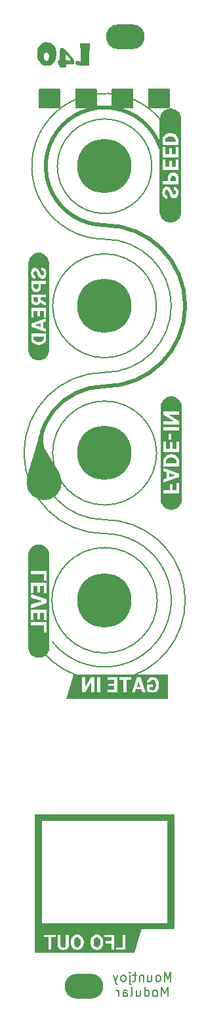
<source format=gbr>
%TF.GenerationSoftware,KiCad,Pcbnew,7.0.7*%
%TF.CreationDate,2023-08-25T17:49:50+01:00*%
%TF.ProjectId,L4O_Panel2,4c344f5f-5061-46e6-956c-322e6b696361,rev?*%
%TF.SameCoordinates,Original*%
%TF.FileFunction,Soldermask,Bot*%
%TF.FilePolarity,Negative*%
%FSLAX46Y46*%
G04 Gerber Fmt 4.6, Leading zero omitted, Abs format (unit mm)*
G04 Created by KiCad (PCBNEW 7.0.7) date 2023-08-25 17:49:50*
%MOMM*%
%LPD*%
G01*
G04 APERTURE LIST*
%ADD10C,0.150000*%
%ADD11C,2.275000*%
%ADD12C,0.500000*%
%ADD13C,0.200000*%
%ADD14O,5.000000X3.200000*%
%ADD15C,7.000000*%
G04 APERTURE END LIST*
D10*
X65503278Y-54000000D02*
G75*
G03*
X65503278Y-54000000I-6103278J0D01*
G01*
X50400000Y-115200000D02*
G75*
G03*
X55890359Y-119727505I8900000J5200000D01*
G01*
X66200000Y-110000000D02*
G75*
G03*
X66200000Y-110000000I-6800000J0D01*
G01*
D11*
X52737500Y-94800000D02*
G75*
G03*
X52737500Y-94800000I-1137500J0D01*
G01*
D12*
X66600000Y-51600000D02*
G75*
G03*
X59400000Y-61589466I-7200000J-2400000D01*
G01*
D10*
X53400000Y-93500000D02*
X49500000Y-94100000D01*
X50900000Y-89400000D01*
X53400000Y-93500000D01*
G36*
X53400000Y-93500000D02*
G01*
X49500000Y-94100000D01*
X50900000Y-89400000D01*
X53400000Y-93500000D01*
G37*
X52704073Y-115396717D02*
G75*
G03*
X59400000Y-101400000I6695927J5396717D01*
G01*
X63119532Y-119712110D02*
G75*
G03*
X59400000Y-99600000I-3719532J9712110D01*
G01*
D12*
X51800000Y-87099999D02*
G75*
G03*
X51798137Y-91559451I3815820J-2231321D01*
G01*
X59400000Y-82400000D02*
G75*
G03*
X59400000Y-61600000I0J10400000D01*
G01*
D10*
X59400000Y-82400000D02*
G75*
G03*
X59400000Y-99600000I0J-8600000D01*
G01*
X66106713Y-91000000D02*
G75*
G03*
X66106713Y-91000000I-6706713J0D01*
G01*
X66967525Y-48423929D02*
G75*
G03*
X59400000Y-63400000I-7567525J-5576071D01*
G01*
X59400000Y-80600000D02*
G75*
G03*
X59400000Y-101400000I0J-10400000D01*
G01*
X59400000Y-80600000D02*
G75*
G03*
X59400000Y-63400000I0J8600000D01*
G01*
D12*
X59400000Y-82399999D02*
G75*
G03*
X51109435Y-92775247I0J-8500001D01*
G01*
D10*
X66100000Y-72000000D02*
G75*
G03*
X66100000Y-72000000I-6700000J0D01*
G01*
D13*
X67957142Y-159178742D02*
X67957142Y-157978742D01*
X67957142Y-157978742D02*
X67557142Y-158835885D01*
X67557142Y-158835885D02*
X67157142Y-157978742D01*
X67157142Y-157978742D02*
X67157142Y-159178742D01*
X66414285Y-159178742D02*
X66528570Y-159121600D01*
X66528570Y-159121600D02*
X66585713Y-159064457D01*
X66585713Y-159064457D02*
X66642856Y-158950171D01*
X66642856Y-158950171D02*
X66642856Y-158607314D01*
X66642856Y-158607314D02*
X66585713Y-158493028D01*
X66585713Y-158493028D02*
X66528570Y-158435885D01*
X66528570Y-158435885D02*
X66414285Y-158378742D01*
X66414285Y-158378742D02*
X66242856Y-158378742D01*
X66242856Y-158378742D02*
X66128570Y-158435885D01*
X66128570Y-158435885D02*
X66071428Y-158493028D01*
X66071428Y-158493028D02*
X66014285Y-158607314D01*
X66014285Y-158607314D02*
X66014285Y-158950171D01*
X66014285Y-158950171D02*
X66071428Y-159064457D01*
X66071428Y-159064457D02*
X66128570Y-159121600D01*
X66128570Y-159121600D02*
X66242856Y-159178742D01*
X66242856Y-159178742D02*
X66414285Y-159178742D01*
X64985714Y-158378742D02*
X64985714Y-159178742D01*
X65499999Y-158378742D02*
X65499999Y-159007314D01*
X65499999Y-159007314D02*
X65442856Y-159121600D01*
X65442856Y-159121600D02*
X65328571Y-159178742D01*
X65328571Y-159178742D02*
X65157142Y-159178742D01*
X65157142Y-159178742D02*
X65042856Y-159121600D01*
X65042856Y-159121600D02*
X64985714Y-159064457D01*
X64414285Y-158378742D02*
X64414285Y-159178742D01*
X64414285Y-158493028D02*
X64357142Y-158435885D01*
X64357142Y-158435885D02*
X64242857Y-158378742D01*
X64242857Y-158378742D02*
X64071428Y-158378742D01*
X64071428Y-158378742D02*
X63957142Y-158435885D01*
X63957142Y-158435885D02*
X63900000Y-158550171D01*
X63900000Y-158550171D02*
X63900000Y-159178742D01*
X63500000Y-158378742D02*
X63042857Y-158378742D01*
X63328571Y-157978742D02*
X63328571Y-159007314D01*
X63328571Y-159007314D02*
X63271428Y-159121600D01*
X63271428Y-159121600D02*
X63157143Y-159178742D01*
X63157143Y-159178742D02*
X63042857Y-159178742D01*
X62642857Y-158378742D02*
X62642857Y-159407314D01*
X62642857Y-159407314D02*
X62700000Y-159521600D01*
X62700000Y-159521600D02*
X62814286Y-159578742D01*
X62814286Y-159578742D02*
X62871429Y-159578742D01*
X62642857Y-157978742D02*
X62700000Y-158035885D01*
X62700000Y-158035885D02*
X62642857Y-158093028D01*
X62642857Y-158093028D02*
X62585714Y-158035885D01*
X62585714Y-158035885D02*
X62642857Y-157978742D01*
X62642857Y-157978742D02*
X62642857Y-158093028D01*
X61900000Y-159178742D02*
X62014285Y-159121600D01*
X62014285Y-159121600D02*
X62071428Y-159064457D01*
X62071428Y-159064457D02*
X62128571Y-158950171D01*
X62128571Y-158950171D02*
X62128571Y-158607314D01*
X62128571Y-158607314D02*
X62071428Y-158493028D01*
X62071428Y-158493028D02*
X62014285Y-158435885D01*
X62014285Y-158435885D02*
X61900000Y-158378742D01*
X61900000Y-158378742D02*
X61728571Y-158378742D01*
X61728571Y-158378742D02*
X61614285Y-158435885D01*
X61614285Y-158435885D02*
X61557143Y-158493028D01*
X61557143Y-158493028D02*
X61500000Y-158607314D01*
X61500000Y-158607314D02*
X61500000Y-158950171D01*
X61500000Y-158950171D02*
X61557143Y-159064457D01*
X61557143Y-159064457D02*
X61614285Y-159121600D01*
X61614285Y-159121600D02*
X61728571Y-159178742D01*
X61728571Y-159178742D02*
X61900000Y-159178742D01*
X61100000Y-158378742D02*
X60814286Y-159178742D01*
X60528571Y-158378742D02*
X60814286Y-159178742D01*
X60814286Y-159178742D02*
X60928571Y-159464457D01*
X60928571Y-159464457D02*
X60985714Y-159521600D01*
X60985714Y-159521600D02*
X61100000Y-159578742D01*
X67557141Y-161110742D02*
X67557141Y-159910742D01*
X67557141Y-159910742D02*
X67157141Y-160767885D01*
X67157141Y-160767885D02*
X66757141Y-159910742D01*
X66757141Y-159910742D02*
X66757141Y-161110742D01*
X66014284Y-161110742D02*
X66128569Y-161053600D01*
X66128569Y-161053600D02*
X66185712Y-160996457D01*
X66185712Y-160996457D02*
X66242855Y-160882171D01*
X66242855Y-160882171D02*
X66242855Y-160539314D01*
X66242855Y-160539314D02*
X66185712Y-160425028D01*
X66185712Y-160425028D02*
X66128569Y-160367885D01*
X66128569Y-160367885D02*
X66014284Y-160310742D01*
X66014284Y-160310742D02*
X65842855Y-160310742D01*
X65842855Y-160310742D02*
X65728569Y-160367885D01*
X65728569Y-160367885D02*
X65671427Y-160425028D01*
X65671427Y-160425028D02*
X65614284Y-160539314D01*
X65614284Y-160539314D02*
X65614284Y-160882171D01*
X65614284Y-160882171D02*
X65671427Y-160996457D01*
X65671427Y-160996457D02*
X65728569Y-161053600D01*
X65728569Y-161053600D02*
X65842855Y-161110742D01*
X65842855Y-161110742D02*
X66014284Y-161110742D01*
X64585713Y-161110742D02*
X64585713Y-159910742D01*
X64585713Y-161053600D02*
X64699998Y-161110742D01*
X64699998Y-161110742D02*
X64928570Y-161110742D01*
X64928570Y-161110742D02*
X65042855Y-161053600D01*
X65042855Y-161053600D02*
X65099998Y-160996457D01*
X65099998Y-160996457D02*
X65157141Y-160882171D01*
X65157141Y-160882171D02*
X65157141Y-160539314D01*
X65157141Y-160539314D02*
X65099998Y-160425028D01*
X65099998Y-160425028D02*
X65042855Y-160367885D01*
X65042855Y-160367885D02*
X64928570Y-160310742D01*
X64928570Y-160310742D02*
X64699998Y-160310742D01*
X64699998Y-160310742D02*
X64585713Y-160367885D01*
X63499999Y-160310742D02*
X63499999Y-161110742D01*
X64014284Y-160310742D02*
X64014284Y-160939314D01*
X64014284Y-160939314D02*
X63957141Y-161053600D01*
X63957141Y-161053600D02*
X63842856Y-161110742D01*
X63842856Y-161110742D02*
X63671427Y-161110742D01*
X63671427Y-161110742D02*
X63557141Y-161053600D01*
X63557141Y-161053600D02*
X63499999Y-160996457D01*
X62757142Y-161110742D02*
X62871427Y-161053600D01*
X62871427Y-161053600D02*
X62928570Y-160939314D01*
X62928570Y-160939314D02*
X62928570Y-159910742D01*
X61785714Y-161110742D02*
X61785714Y-160482171D01*
X61785714Y-160482171D02*
X61842856Y-160367885D01*
X61842856Y-160367885D02*
X61957142Y-160310742D01*
X61957142Y-160310742D02*
X62185714Y-160310742D01*
X62185714Y-160310742D02*
X62299999Y-160367885D01*
X61785714Y-161053600D02*
X61899999Y-161110742D01*
X61899999Y-161110742D02*
X62185714Y-161110742D01*
X62185714Y-161110742D02*
X62299999Y-161053600D01*
X62299999Y-161053600D02*
X62357142Y-160939314D01*
X62357142Y-160939314D02*
X62357142Y-160825028D01*
X62357142Y-160825028D02*
X62299999Y-160710742D01*
X62299999Y-160710742D02*
X62185714Y-160653600D01*
X62185714Y-160653600D02*
X61899999Y-160653600D01*
X61899999Y-160653600D02*
X61785714Y-160596457D01*
X61214285Y-161110742D02*
X61214285Y-160310742D01*
X61214285Y-160539314D02*
X61157142Y-160425028D01*
X61157142Y-160425028D02*
X61100000Y-160367885D01*
X61100000Y-160367885D02*
X60985714Y-160310742D01*
X60985714Y-160310742D02*
X60871428Y-160310742D01*
%TO.C,kibuzzard-64E8D7D1*%
G36*
X52272939Y-109099829D02*
G01*
X52272939Y-110315103D01*
X52272939Y-112575430D01*
X52272939Y-114128359D01*
X52272939Y-116033359D01*
X52266328Y-116167930D01*
X52246559Y-116301206D01*
X52213821Y-116431902D01*
X52168431Y-116558760D01*
X52110824Y-116680558D01*
X52041557Y-116796123D01*
X51961296Y-116904342D01*
X51870815Y-117004174D01*
X51770983Y-117094655D01*
X51662764Y-117174916D01*
X51547199Y-117244183D01*
X51425401Y-117301789D01*
X51298543Y-117347180D01*
X51167847Y-117379917D01*
X51034572Y-117399687D01*
X50900000Y-117406298D01*
X50765428Y-117399687D01*
X50632153Y-117379917D01*
X50501457Y-117347180D01*
X50374599Y-117301789D01*
X50252801Y-117244183D01*
X50137236Y-117174916D01*
X50029017Y-117094655D01*
X49929185Y-117004174D01*
X49838704Y-116904342D01*
X49758443Y-116796123D01*
X49689176Y-116680558D01*
X49631569Y-116558760D01*
X49586179Y-116431902D01*
X49553441Y-116301206D01*
X49533672Y-116167930D01*
X49527061Y-116033359D01*
X49527061Y-114128359D01*
X49527061Y-113239576D01*
X49884248Y-113239576D01*
X51579493Y-113239576D01*
X51579493Y-114128359D01*
X51915752Y-114128359D01*
X51915752Y-112820997D01*
X49884248Y-112820997D01*
X49884248Y-113239576D01*
X49527061Y-113239576D01*
X49527061Y-112572640D01*
X49884248Y-112572640D01*
X50223297Y-112572640D01*
X50223297Y-111632232D01*
X50707454Y-111632232D01*
X50707454Y-112435904D01*
X51035341Y-112435904D01*
X51035341Y-111632232D01*
X51579493Y-111632232D01*
X51579493Y-112575430D01*
X51915752Y-112575430D01*
X51915752Y-111213653D01*
X49884248Y-111213653D01*
X49884248Y-112572640D01*
X49527061Y-112572640D01*
X49527061Y-111022502D01*
X49884248Y-111022502D01*
X51915752Y-110315103D01*
X51915752Y-109878386D01*
X49884248Y-109173778D01*
X49884248Y-109638400D01*
X51412062Y-110096047D01*
X49884248Y-110556484D01*
X49884248Y-111022502D01*
X49527061Y-111022502D01*
X49527061Y-109097038D01*
X49884248Y-109097038D01*
X50223297Y-109097038D01*
X50223297Y-108156630D01*
X50707454Y-108156630D01*
X50707454Y-108960302D01*
X51035341Y-108960302D01*
X51035341Y-108156630D01*
X51579493Y-108156630D01*
X51579493Y-109099829D01*
X51915752Y-109099829D01*
X51915752Y-107738051D01*
X49884248Y-107738051D01*
X49884248Y-109097038D01*
X49527061Y-109097038D01*
X49527061Y-106609283D01*
X49884248Y-106609283D01*
X51579493Y-106609283D01*
X51579493Y-107498066D01*
X51915752Y-107498066D01*
X51915752Y-106190704D01*
X49884248Y-106190704D01*
X49884248Y-106609283D01*
X49527061Y-106609283D01*
X49527061Y-106190704D01*
X49527061Y-104166641D01*
X49533672Y-104032070D01*
X49553441Y-103898794D01*
X49586179Y-103768098D01*
X49631569Y-103641240D01*
X49689176Y-103519442D01*
X49758443Y-103403877D01*
X49838703Y-103295658D01*
X49929185Y-103195827D01*
X50029016Y-103105345D01*
X50137236Y-103025084D01*
X50252801Y-102955817D01*
X50374599Y-102898211D01*
X50501457Y-102852820D01*
X50632153Y-102820083D01*
X50765428Y-102800313D01*
X50900000Y-102793702D01*
X51034572Y-102800313D01*
X51167847Y-102820083D01*
X51298543Y-102852820D01*
X51425401Y-102898211D01*
X51547199Y-102955817D01*
X51662764Y-103025084D01*
X51770984Y-103105345D01*
X51870815Y-103195827D01*
X51961297Y-103295658D01*
X52041557Y-103403877D01*
X52110824Y-103519442D01*
X52168431Y-103641240D01*
X52213821Y-103768098D01*
X52246559Y-103898794D01*
X52266328Y-104032070D01*
X52272939Y-104166641D01*
X52272939Y-106190704D01*
X52272939Y-107498066D01*
X52272939Y-109099829D01*
G37*
%TO.C,kibuzzard-64E8D7AA*%
G36*
X68375436Y-55233058D02*
G01*
X68481825Y-55298984D01*
X68551588Y-55403629D01*
X68576703Y-55541760D01*
X68576703Y-55925458D01*
X67939067Y-55925458D01*
X67939067Y-55551527D01*
X67958601Y-55405199D01*
X68017202Y-55298287D01*
X68112080Y-55232884D01*
X68240444Y-55211083D01*
X68375436Y-55233058D01*
G37*
G36*
X68137272Y-50171700D02*
G01*
X68293774Y-50214488D01*
X68416945Y-50285802D01*
X68536763Y-50443815D01*
X68576703Y-50661128D01*
X68576703Y-50867627D01*
X67220507Y-50867627D01*
X67220507Y-50665314D01*
X67260620Y-50448699D01*
X67380962Y-50289988D01*
X67503280Y-50217589D01*
X67656294Y-50173406D01*
X67840004Y-50157438D01*
X67947439Y-50157438D01*
X68137272Y-50171700D01*
G37*
G36*
X68037307Y-46553241D02*
G01*
X68173291Y-46573412D01*
X68306644Y-46606815D01*
X68436080Y-46653128D01*
X68560354Y-46711905D01*
X68678268Y-46782580D01*
X68788686Y-46864473D01*
X68890547Y-46956793D01*
X68982868Y-47058654D01*
X69064760Y-47169072D01*
X69135435Y-47286986D01*
X69194212Y-47411260D01*
X69240525Y-47540696D01*
X69273928Y-47674049D01*
X69294099Y-47810033D01*
X69300845Y-47947340D01*
X69300845Y-49733277D01*
X69300845Y-58185785D01*
X69300845Y-59852660D01*
X69294099Y-59989967D01*
X69273928Y-60125951D01*
X69240525Y-60259304D01*
X69194212Y-60388740D01*
X69135435Y-60513013D01*
X69064760Y-60630927D01*
X68982868Y-60741346D01*
X68890547Y-60843207D01*
X68788686Y-60935527D01*
X68678268Y-61017420D01*
X68560354Y-61088095D01*
X68436080Y-61146872D01*
X68306644Y-61193185D01*
X68173291Y-61226588D01*
X68037307Y-61246759D01*
X67900000Y-61253504D01*
X67762693Y-61246759D01*
X67626709Y-61226588D01*
X67493356Y-61193185D01*
X67363920Y-61146872D01*
X67239646Y-61088095D01*
X67121732Y-61017420D01*
X67011314Y-60935527D01*
X66909453Y-60843207D01*
X66817132Y-60741346D01*
X66735240Y-60630927D01*
X66664565Y-60513013D01*
X66605788Y-60388740D01*
X66559475Y-60259304D01*
X66526072Y-60125951D01*
X66505901Y-59989967D01*
X66499155Y-59852660D01*
X66499155Y-58185785D01*
X66499155Y-57363974D01*
X66856343Y-57363974D01*
X66877795Y-57587914D01*
X66942151Y-57790925D01*
X67043831Y-57960624D01*
X67177253Y-58084628D01*
X67338406Y-58160496D01*
X67523279Y-58185785D01*
X67523279Y-57765810D01*
X67376166Y-57740696D01*
X67271085Y-57665351D01*
X67208036Y-57539778D01*
X67187020Y-57363974D01*
X67202194Y-57231076D01*
X67247714Y-57130965D01*
X67417239Y-57047250D01*
X67599321Y-57130965D01*
X67664549Y-57248168D01*
X67733266Y-57432342D01*
X67803204Y-57627330D01*
X67872095Y-57776973D01*
X68011156Y-57969209D01*
X68179053Y-58084551D01*
X68375785Y-58122998D01*
X68531531Y-58099802D01*
X68669488Y-58030213D01*
X68784423Y-57917197D01*
X68871104Y-57763718D01*
X68925519Y-57579368D01*
X68943657Y-57373741D01*
X68923949Y-57167940D01*
X68864825Y-56985858D01*
X68769772Y-56834646D01*
X68642280Y-56721456D01*
X68488801Y-56650820D01*
X68315789Y-56627275D01*
X68315789Y-57045854D01*
X68439793Y-57067830D01*
X68532752Y-57133756D01*
X68590830Y-57239447D01*
X68610189Y-57380718D01*
X68593969Y-57517105D01*
X68545309Y-57619308D01*
X68374390Y-57704419D01*
X68208353Y-57604657D01*
X68143474Y-57481351D01*
X68082780Y-57310954D01*
X68005420Y-57094379D01*
X67916588Y-56920901D01*
X67816284Y-56790521D01*
X67637690Y-56668087D01*
X67420029Y-56627275D01*
X67256861Y-56649444D01*
X67118962Y-56715952D01*
X67006334Y-56826798D01*
X66923005Y-56975161D01*
X66873008Y-57154220D01*
X66856343Y-57363974D01*
X66499155Y-57363974D01*
X66499155Y-55925458D01*
X66884248Y-55925458D01*
X66884248Y-56344037D01*
X68915752Y-56344037D01*
X68915752Y-55551527D01*
X68894823Y-55336482D01*
X68832036Y-55148993D01*
X68730705Y-54995340D01*
X68594144Y-54881800D01*
X68429328Y-54811688D01*
X68243235Y-54788318D01*
X68058207Y-54811030D01*
X67901240Y-54879165D01*
X67772333Y-54992724D01*
X67676603Y-55146435D01*
X67619164Y-55335029D01*
X67600018Y-55558503D01*
X67600018Y-55925458D01*
X66884248Y-55925458D01*
X66499155Y-55925458D01*
X66499155Y-53139116D01*
X66884248Y-53139116D01*
X66884248Y-54500893D01*
X68915752Y-54500893D01*
X68915752Y-53141907D01*
X68576703Y-53141907D01*
X68576703Y-54082314D01*
X68092546Y-54082314D01*
X68092546Y-53278642D01*
X67764659Y-53278642D01*
X67764659Y-54082314D01*
X67220507Y-54082314D01*
X67220507Y-53139116D01*
X66884248Y-53139116D01*
X66499155Y-53139116D01*
X66499155Y-51531772D01*
X66884248Y-51531772D01*
X66884248Y-52893550D01*
X68915752Y-52893550D01*
X68915752Y-51534563D01*
X68576703Y-51534563D01*
X68576703Y-52474971D01*
X68092546Y-52474971D01*
X68092546Y-51671299D01*
X67764659Y-51671299D01*
X67764659Y-52474971D01*
X67220507Y-52474971D01*
X67220507Y-51531772D01*
X66884248Y-51531772D01*
X66499155Y-51531772D01*
X66499155Y-51286206D01*
X66884248Y-51286206D01*
X68915752Y-51286206D01*
X68915752Y-50661128D01*
X68902342Y-50488813D01*
X68862112Y-50329055D01*
X68795062Y-50181855D01*
X68703284Y-50051243D01*
X68588873Y-49941249D01*
X68451827Y-49851875D01*
X68296720Y-49785987D01*
X68128126Y-49746455D01*
X67946044Y-49733277D01*
X67852561Y-49733277D01*
X67670712Y-49746222D01*
X67502815Y-49785057D01*
X67348871Y-49849782D01*
X67212910Y-49938071D01*
X67098964Y-50047599D01*
X67007031Y-50178367D01*
X66939438Y-50325799D01*
X66898511Y-50485325D01*
X66884248Y-50656942D01*
X66884248Y-51286206D01*
X66499155Y-51286206D01*
X66499155Y-49733277D01*
X66499155Y-47947340D01*
X66505901Y-47810033D01*
X66526072Y-47674049D01*
X66559475Y-47540696D01*
X66605788Y-47411260D01*
X66664565Y-47286986D01*
X66735240Y-47169072D01*
X66817132Y-47058654D01*
X66909453Y-46956793D01*
X67011314Y-46864473D01*
X67121732Y-46782580D01*
X67239646Y-46711905D01*
X67363920Y-46653128D01*
X67493356Y-46606815D01*
X67626709Y-46573412D01*
X67762693Y-46553241D01*
X67900000Y-46546496D01*
X68037307Y-46553241D01*
G37*
%TO.C,kibuzzard-64B029DF*%
G36*
X51143784Y-74739232D02*
G01*
X50425610Y-74498084D01*
X51143784Y-74259571D01*
X51143784Y-74739232D01*
G37*
G36*
X50863103Y-69530170D02*
G01*
X50844655Y-69668369D01*
X50789309Y-69769341D01*
X50699702Y-69831111D01*
X50578469Y-69851701D01*
X50450977Y-69830946D01*
X50350499Y-69768682D01*
X50284611Y-69669851D01*
X50260892Y-69539394D01*
X50260892Y-69177013D01*
X50863103Y-69177013D01*
X50863103Y-69530170D01*
G37*
G36*
X50836748Y-71236655D02*
G01*
X50817805Y-71368759D01*
X50760977Y-71467261D01*
X50670876Y-71528536D01*
X50552114Y-71548961D01*
X50430881Y-71529689D01*
X50338639Y-71471873D01*
X50280329Y-71374195D01*
X50260892Y-71235337D01*
X50260892Y-70917760D01*
X50836748Y-70917760D01*
X50836748Y-71236655D01*
G37*
G36*
X51541744Y-76165036D02*
G01*
X51503858Y-76369617D01*
X51390203Y-76519511D01*
X51274680Y-76587887D01*
X51130167Y-76629616D01*
X50956663Y-76644697D01*
X50855197Y-76644697D01*
X50675909Y-76631227D01*
X50528102Y-76590816D01*
X50411774Y-76523464D01*
X50298612Y-76374229D01*
X50260892Y-76168989D01*
X50260892Y-75973963D01*
X51541744Y-75973963D01*
X51541744Y-76165036D01*
G37*
G36*
X52223020Y-69177013D02*
G01*
X52223020Y-70917760D01*
X52223020Y-73530856D01*
X52223020Y-74021059D01*
X52223020Y-75578638D01*
X52223020Y-77045293D01*
X52223020Y-77719980D01*
X52216649Y-77849659D01*
X52197599Y-77978088D01*
X52166051Y-78104032D01*
X52122311Y-78226278D01*
X52066799Y-78343647D01*
X52000051Y-78455011D01*
X51922708Y-78559295D01*
X51835516Y-78655496D01*
X51739315Y-78742688D01*
X51635030Y-78820031D01*
X51523667Y-78886779D01*
X51406298Y-78942291D01*
X51284052Y-78986031D01*
X51158108Y-79017578D01*
X51029679Y-79036629D01*
X50900000Y-79043000D01*
X50770321Y-79036629D01*
X50641892Y-79017578D01*
X50515948Y-78986031D01*
X50393702Y-78942291D01*
X50276333Y-78886779D01*
X50164970Y-78820031D01*
X50060685Y-78742688D01*
X49964484Y-78655496D01*
X49877292Y-78559295D01*
X49799949Y-78455011D01*
X49733201Y-78343647D01*
X49677689Y-78226278D01*
X49633949Y-78104032D01*
X49602401Y-77978088D01*
X49583351Y-77849659D01*
X49576980Y-77719980D01*
X49576980Y-77045293D01*
X49576980Y-76168989D01*
X49940679Y-76168989D01*
X49953344Y-76331732D01*
X49991339Y-76482614D01*
X50054664Y-76621636D01*
X50141343Y-76744992D01*
X50249398Y-76848875D01*
X50378830Y-76933284D01*
X50525320Y-76995511D01*
X50684548Y-77032847D01*
X50856514Y-77045293D01*
X50944803Y-77045293D01*
X51116550Y-77033067D01*
X51275119Y-76996389D01*
X51420511Y-76935261D01*
X51548918Y-76851876D01*
X51656534Y-76748433D01*
X51743359Y-76624931D01*
X51807197Y-76485689D01*
X51845851Y-76335026D01*
X51859321Y-76172943D01*
X51859321Y-75578638D01*
X49940679Y-75578638D01*
X49940679Y-76168989D01*
X49576980Y-76168989D01*
X49576980Y-74681251D01*
X49940679Y-74681251D01*
X51859321Y-75399424D01*
X51859321Y-74979062D01*
X51463997Y-74845969D01*
X51463997Y-74152833D01*
X51859321Y-74021059D01*
X51859321Y-73600697D01*
X49940679Y-74314917D01*
X49940679Y-74681251D01*
X49576980Y-74681251D01*
X49576980Y-73528220D01*
X49940679Y-73528220D01*
X50260892Y-73528220D01*
X50260892Y-72640058D01*
X50718151Y-72640058D01*
X50718151Y-73399081D01*
X51027822Y-73399081D01*
X51027822Y-72640058D01*
X51541744Y-72640058D01*
X51541744Y-73530856D01*
X51859321Y-73530856D01*
X51859321Y-72244733D01*
X49940679Y-72244733D01*
X49940679Y-73528220D01*
X49576980Y-73528220D01*
X49576980Y-71235337D01*
X49940679Y-71235337D01*
X49957517Y-71444713D01*
X50008030Y-71619534D01*
X50092220Y-71759801D01*
X50207157Y-71862293D01*
X50349913Y-71923788D01*
X50520488Y-71944286D01*
X50700526Y-71923037D01*
X50847949Y-71859291D01*
X50965723Y-71752389D01*
X51056812Y-71601671D01*
X51840873Y-72016762D01*
X51859321Y-72016762D01*
X51859321Y-71592447D01*
X51156961Y-71232702D01*
X51156961Y-70917760D01*
X51859321Y-70917760D01*
X51859321Y-70522435D01*
X49940679Y-70522435D01*
X49940679Y-71235337D01*
X49576980Y-71235337D01*
X49576980Y-69530170D01*
X49940679Y-69530170D01*
X49960445Y-69733268D01*
X50019744Y-69910341D01*
X50115445Y-70055458D01*
X50244420Y-70162689D01*
X50400079Y-70228906D01*
X50575834Y-70250979D01*
X50750582Y-70229529D01*
X50898829Y-70165179D01*
X51020574Y-70057928D01*
X51110986Y-69912756D01*
X51165234Y-69734641D01*
X51183316Y-69523581D01*
X51183316Y-69177013D01*
X51859321Y-69177013D01*
X51859321Y-68781688D01*
X49940679Y-68781688D01*
X49940679Y-69530170D01*
X49576980Y-69530170D01*
X49576980Y-67809190D01*
X49914324Y-67809190D01*
X49932937Y-68003558D01*
X49988777Y-68175524D01*
X50078548Y-68318335D01*
X50198958Y-68425237D01*
X50343910Y-68491948D01*
X50507311Y-68514185D01*
X50507311Y-68118861D01*
X50390196Y-68098106D01*
X50302401Y-68035843D01*
X50247550Y-67936023D01*
X50229266Y-67802601D01*
X50244585Y-67673791D01*
X50290541Y-67577266D01*
X50451965Y-67496883D01*
X50608777Y-67591102D01*
X50670053Y-67707558D01*
X50727375Y-67868488D01*
X50800437Y-68073032D01*
X50884333Y-68236872D01*
X50979065Y-68360009D01*
X51147737Y-68475641D01*
X51353306Y-68514185D01*
X51507409Y-68493248D01*
X51637647Y-68430435D01*
X51744018Y-68325747D01*
X51822717Y-68185627D01*
X51869936Y-68016516D01*
X51885676Y-67818414D01*
X51865416Y-67606915D01*
X51804635Y-67415183D01*
X51708604Y-67254912D01*
X51582594Y-67137797D01*
X51430394Y-67066144D01*
X51255792Y-67042260D01*
X51255792Y-67438902D01*
X51394732Y-67462622D01*
X51493975Y-67533780D01*
X51553521Y-67652378D01*
X51573370Y-67818414D01*
X51559039Y-67943930D01*
X51516048Y-68038478D01*
X51355941Y-68117543D01*
X51183975Y-68038478D01*
X51122370Y-67927787D01*
X51057471Y-67753844D01*
X50991419Y-67569689D01*
X50926355Y-67428360D01*
X50795019Y-67246804D01*
X50636450Y-67137870D01*
X50450648Y-67101558D01*
X50303554Y-67123466D01*
X50173261Y-67189189D01*
X50064712Y-67295926D01*
X49982847Y-67440879D01*
X49931454Y-67614986D01*
X49914324Y-67809190D01*
X49576980Y-67809190D01*
X49576980Y-67042260D01*
X49576980Y-66480020D01*
X49583351Y-66350342D01*
X49602401Y-66221912D01*
X49633949Y-66095968D01*
X49677689Y-65973722D01*
X49733201Y-65856353D01*
X49799949Y-65744990D01*
X49877292Y-65640705D01*
X49964484Y-65544504D01*
X50060685Y-65457312D01*
X50164969Y-65379969D01*
X50276333Y-65313221D01*
X50393702Y-65257709D01*
X50515948Y-65213969D01*
X50641892Y-65182422D01*
X50770321Y-65163371D01*
X50900000Y-65157000D01*
X51029679Y-65163371D01*
X51158108Y-65182422D01*
X51284052Y-65213969D01*
X51406298Y-65257709D01*
X51523667Y-65313221D01*
X51635031Y-65379969D01*
X51739315Y-65457312D01*
X51835516Y-65544504D01*
X51922708Y-65640705D01*
X52000051Y-65744990D01*
X52066799Y-65856353D01*
X52122311Y-65973722D01*
X52166051Y-66095968D01*
X52197599Y-66221912D01*
X52216649Y-66350342D01*
X52223020Y-66480020D01*
X52223020Y-67042260D01*
X52223020Y-67818414D01*
X52223020Y-69177013D01*
G37*
%TO.C,G\u002A\u002A\u002A*%
G36*
X57096796Y-38101431D02*
G01*
X57325070Y-38108158D01*
X57457759Y-38124015D01*
X57514789Y-38152059D01*
X57516086Y-38195347D01*
X57512701Y-38208952D01*
X57498989Y-38331897D01*
X57483250Y-38556433D01*
X57466631Y-38862092D01*
X57450281Y-39228402D01*
X57435348Y-39634894D01*
X57391005Y-40979597D01*
X56537190Y-40979597D01*
X56213398Y-40977623D01*
X55955525Y-40969640D01*
X55792781Y-40953836D01*
X55707839Y-40928426D01*
X55683375Y-40891624D01*
X55673099Y-40780192D01*
X55645436Y-40613953D01*
X55607496Y-40424254D01*
X55972608Y-40454532D01*
X56337720Y-40484809D01*
X56290668Y-39292657D01*
X56243616Y-38100504D01*
X56898048Y-38100504D01*
X57096796Y-38101431D01*
G37*
G36*
X53148594Y-39747171D02*
G01*
X53127405Y-39976355D01*
X53083952Y-40150277D01*
X53011577Y-40307808D01*
X52911356Y-40483322D01*
X52788317Y-40661110D01*
X52657269Y-40789206D01*
X52483252Y-40907279D01*
X52259445Y-41003190D01*
X51921382Y-41043337D01*
X51570968Y-41003351D01*
X51272891Y-40869043D01*
X51029583Y-40629980D01*
X50826283Y-40275818D01*
X50757996Y-40072563D01*
X50711012Y-39779856D01*
X51563967Y-39779856D01*
X51588017Y-40024854D01*
X51675446Y-40238784D01*
X51786444Y-40353833D01*
X51908564Y-40403778D01*
X51941462Y-40401002D01*
X52077770Y-40322064D01*
X52179105Y-40159937D01*
X52238934Y-39949151D01*
X52250727Y-39724234D01*
X52207953Y-39519717D01*
X52104079Y-39370130D01*
X51989643Y-39288683D01*
X51908564Y-39252141D01*
X51833657Y-39284959D01*
X51713049Y-39370130D01*
X51697919Y-39383476D01*
X51601275Y-39550495D01*
X51563967Y-39779856D01*
X50711012Y-39779856D01*
X50702354Y-39725914D01*
X50692734Y-39349511D01*
X50729547Y-38992909D01*
X50813208Y-38705665D01*
X50881297Y-38576076D01*
X51124456Y-38285867D01*
X51437021Y-38090529D01*
X51796724Y-38001083D01*
X52181299Y-38028549D01*
X52284139Y-38054348D01*
X52575274Y-38167995D01*
X52794195Y-38341624D01*
X52982849Y-38605424D01*
X53023993Y-38677546D01*
X53093779Y-38826964D01*
X53133424Y-38982906D01*
X53150877Y-39185799D01*
X53154091Y-39476070D01*
X53149059Y-39724234D01*
X53148594Y-39747171D01*
G37*
G36*
X55455347Y-40375599D02*
G01*
X55481347Y-40492094D01*
X55479729Y-40608563D01*
X55459446Y-40819647D01*
X54947607Y-40851637D01*
X54435768Y-40883627D01*
X54415720Y-41091561D01*
X54395671Y-41299496D01*
X53983856Y-41299496D01*
X53572040Y-41299496D01*
X53572040Y-41105548D01*
X53548016Y-40963039D01*
X53476071Y-40874774D01*
X53472606Y-40873357D01*
X53403005Y-40776524D01*
X53380101Y-40564345D01*
X53386792Y-40417434D01*
X53424211Y-40305929D01*
X53508061Y-40257280D01*
X53535358Y-40248704D01*
X53581491Y-40215643D01*
X53610913Y-40144784D01*
X53627335Y-40013591D01*
X53632551Y-39857026D01*
X54343730Y-39857026D01*
X54368766Y-40122258D01*
X54383711Y-40195395D01*
X54425861Y-40293900D01*
X54514696Y-40332894D01*
X54690811Y-40339798D01*
X54767198Y-40337777D01*
X54926821Y-40318142D01*
X55006298Y-40284376D01*
X54997243Y-40228771D01*
X54926483Y-40097960D01*
X54807514Y-39929841D01*
X54802877Y-39923911D01*
X54620466Y-39730883D01*
X54477715Y-39657772D01*
X54382758Y-39701008D01*
X54343730Y-39857026D01*
X53632551Y-39857026D01*
X53634467Y-39799526D01*
X53636020Y-39480052D01*
X53636037Y-39443373D01*
X53640205Y-39105109D01*
X53657791Y-38877649D01*
X53697571Y-38745315D01*
X53768322Y-38692431D01*
X53878821Y-38703318D01*
X54037845Y-38762301D01*
X54081431Y-38784284D01*
X54261584Y-38919624D01*
X54494119Y-39144383D01*
X54765087Y-39445459D01*
X54855412Y-39551682D01*
X55101762Y-39847119D01*
X55276543Y-40070995D01*
X55390742Y-40241194D01*
X55411498Y-40284376D01*
X55455347Y-40375599D01*
G37*
%TO.C,kibuzzard-64E8D7C9*%
G36*
X68502295Y-93869127D02*
G01*
X67741876Y-94121670D01*
X67741876Y-93613794D01*
X68502295Y-93869127D01*
G37*
G36*
X68237272Y-91610505D02*
G01*
X68393774Y-91653293D01*
X68516945Y-91724607D01*
X68636763Y-91882620D01*
X68676703Y-92099933D01*
X68676703Y-92306432D01*
X67320507Y-92306432D01*
X67320507Y-92104118D01*
X67360620Y-91887504D01*
X67480962Y-91728793D01*
X67603280Y-91656394D01*
X67756294Y-91612211D01*
X67940004Y-91596243D01*
X68047439Y-91596243D01*
X68237272Y-91610505D01*
G37*
G36*
X68134572Y-83706127D02*
G01*
X68267847Y-83725896D01*
X68398543Y-83758634D01*
X68525401Y-83804024D01*
X68647199Y-83861630D01*
X68762764Y-83930897D01*
X68870983Y-84011158D01*
X68970815Y-84101640D01*
X69061296Y-84201471D01*
X69141557Y-84309691D01*
X69210824Y-84425256D01*
X69268431Y-84547054D01*
X69313821Y-84673911D01*
X69346559Y-84804608D01*
X69366328Y-84937883D01*
X69372939Y-85072455D01*
X69372939Y-85667767D01*
X69372939Y-96213170D01*
X69372939Y-96927545D01*
X69366328Y-97062117D01*
X69346559Y-97195392D01*
X69313821Y-97326088D01*
X69268431Y-97452946D01*
X69210824Y-97574744D01*
X69141557Y-97690309D01*
X69061297Y-97798529D01*
X68970815Y-97898360D01*
X68870984Y-97988842D01*
X68762764Y-98069102D01*
X68647199Y-98138370D01*
X68525401Y-98195976D01*
X68398543Y-98241366D01*
X68267847Y-98274104D01*
X68134572Y-98293873D01*
X68000000Y-98300484D01*
X67865428Y-98293873D01*
X67732153Y-98274104D01*
X67601457Y-98241366D01*
X67474599Y-98195976D01*
X67352801Y-98138370D01*
X67237236Y-98069102D01*
X67129016Y-97988842D01*
X67029185Y-97898360D01*
X66938703Y-97798529D01*
X66858443Y-97690309D01*
X66789176Y-97574744D01*
X66731569Y-97452946D01*
X66686179Y-97326088D01*
X66653441Y-97195392D01*
X66633672Y-97062117D01*
X66627061Y-96927545D01*
X66627061Y-96213170D01*
X66627061Y-95794591D01*
X66984248Y-95794591D01*
X66984248Y-96213170D01*
X69015752Y-96213170D01*
X69015752Y-94890460D01*
X68676703Y-94890460D01*
X68676703Y-95794591D01*
X68152084Y-95794591D01*
X68152084Y-94990919D01*
X67814430Y-94990919D01*
X67814430Y-95794591D01*
X66984248Y-95794591D01*
X66627061Y-95794591D01*
X66627061Y-94374212D01*
X66984248Y-94374212D01*
X66984248Y-94819302D01*
X69015752Y-94063069D01*
X69015752Y-93675185D01*
X66984248Y-92914767D01*
X66984248Y-93359856D01*
X67402827Y-93500777D01*
X67402827Y-94234686D01*
X66984248Y-94374212D01*
X66627061Y-94374212D01*
X66627061Y-92725011D01*
X66984248Y-92725011D01*
X69015752Y-92725011D01*
X69015752Y-92099933D01*
X69002342Y-91927618D01*
X68962112Y-91767860D01*
X68895062Y-91620660D01*
X68803284Y-91490047D01*
X68688873Y-91380054D01*
X68551827Y-91290680D01*
X68396720Y-91224792D01*
X68228126Y-91185260D01*
X68046044Y-91172082D01*
X67952561Y-91172082D01*
X67770712Y-91185027D01*
X67602815Y-91223862D01*
X67448871Y-91288587D01*
X67312910Y-91376876D01*
X67198964Y-91486404D01*
X67107031Y-91617171D01*
X67039438Y-91764604D01*
X66998511Y-91924129D01*
X66984248Y-92095747D01*
X66984248Y-92725011D01*
X66627061Y-92725011D01*
X66627061Y-89506138D01*
X66984248Y-89506138D01*
X66984248Y-90867915D01*
X69015752Y-90867915D01*
X69015752Y-89508928D01*
X68676703Y-89508928D01*
X68676703Y-90449336D01*
X68192546Y-90449336D01*
X68192546Y-89645664D01*
X67864659Y-89645664D01*
X67864659Y-90449336D01*
X67320507Y-90449336D01*
X67320507Y-89506138D01*
X66984248Y-89506138D01*
X66627061Y-89506138D01*
X66627061Y-88502943D01*
X67691647Y-88502943D01*
X67691647Y-89288476D01*
X68016743Y-89288476D01*
X68016743Y-88502943D01*
X67691647Y-88502943D01*
X66627061Y-88502943D01*
X66627061Y-87707643D01*
X66984248Y-87707643D01*
X66984248Y-88126222D01*
X69015752Y-88126222D01*
X69015752Y-87707643D01*
X66984248Y-87707643D01*
X66627061Y-87707643D01*
X66627061Y-85667767D01*
X66984248Y-85667767D01*
X66984248Y-86086346D01*
X68320911Y-86901180D01*
X66984248Y-86901180D01*
X66984248Y-87319759D01*
X69015752Y-87319759D01*
X69015752Y-86901180D01*
X67676299Y-86084951D01*
X69015752Y-86084951D01*
X69015752Y-85667767D01*
X66984248Y-85667767D01*
X66627061Y-85667767D01*
X66627061Y-85072455D01*
X66633672Y-84937883D01*
X66653441Y-84804608D01*
X66686179Y-84673911D01*
X66731569Y-84547054D01*
X66789176Y-84425256D01*
X66858443Y-84309691D01*
X66938704Y-84201471D01*
X67029185Y-84101640D01*
X67129017Y-84011158D01*
X67237236Y-83930897D01*
X67352801Y-83861630D01*
X67474599Y-83804024D01*
X67601457Y-83758634D01*
X67732153Y-83725896D01*
X67865428Y-83706127D01*
X68000000Y-83699516D01*
X68134572Y-83706127D01*
G37*
%TO.C,kibuzzard-64AFF827*%
G36*
X58592514Y-153504730D02*
G01*
X58723301Y-153620857D01*
X58783478Y-153740113D01*
X58819936Y-153891435D01*
X58832674Y-154074821D01*
X58832674Y-154168382D01*
X58820668Y-154349645D01*
X58784649Y-154501626D01*
X58724618Y-154624323D01*
X58592844Y-154745885D01*
X58413630Y-154786406D01*
X58237710Y-154747368D01*
X58107912Y-154630253D01*
X58048467Y-154510264D01*
X58012448Y-154358503D01*
X57999857Y-154174970D01*
X57999857Y-154081410D01*
X58011863Y-153896340D01*
X58047881Y-153743481D01*
X58107912Y-153622833D01*
X58239028Y-153505224D01*
X58416265Y-153466021D01*
X58592514Y-153504730D01*
G37*
G36*
X56057165Y-153504730D02*
G01*
X56187952Y-153620857D01*
X56248129Y-153740113D01*
X56284587Y-153891435D01*
X56297325Y-154074821D01*
X56297325Y-154168382D01*
X56285319Y-154349645D01*
X56249300Y-154501626D01*
X56189269Y-154624323D01*
X56057494Y-154745885D01*
X55878281Y-154786406D01*
X55702361Y-154747368D01*
X55572563Y-154630253D01*
X55513118Y-154510264D01*
X55477099Y-154358503D01*
X55464507Y-154174970D01*
X55464507Y-154081410D01*
X55476514Y-153896340D01*
X55512532Y-153743481D01*
X55572563Y-153622833D01*
X55703679Y-153505224D01*
X55880916Y-153466021D01*
X56057165Y-153504730D01*
G37*
G36*
X63239666Y-155447916D02*
G01*
X62115187Y-155447916D01*
X60880456Y-155447916D01*
X60258478Y-155447916D01*
X58413630Y-155447916D01*
X55878281Y-155447916D01*
X54059787Y-155447916D01*
X52143780Y-155447916D01*
X51556064Y-155447916D01*
X50431585Y-155447916D01*
X50431585Y-153165575D01*
X51556064Y-153165575D01*
X51556064Y-153485788D01*
X52143780Y-153485788D01*
X52143780Y-155084217D01*
X52539105Y-155084217D01*
X52539105Y-153485788D01*
X53118914Y-153485788D01*
X53118914Y-153165575D01*
X53324483Y-153165575D01*
X53324483Y-154429296D01*
X53346372Y-154624616D01*
X53412040Y-154790652D01*
X53521486Y-154927405D01*
X53668855Y-155029164D01*
X53848288Y-155090220D01*
X54059787Y-155110572D01*
X54268431Y-155090806D01*
X54446327Y-155031507D01*
X54593475Y-154932676D01*
X54703727Y-154799291D01*
X54770932Y-154636329D01*
X54795091Y-154443791D01*
X54795091Y-154168382D01*
X55063912Y-154168382D01*
X55075039Y-154349499D01*
X55108422Y-154515096D01*
X55164061Y-154665173D01*
X55240417Y-154796655D01*
X55335954Y-154906467D01*
X55450671Y-154994610D01*
X55581055Y-155059033D01*
X55723591Y-155097687D01*
X55878281Y-155110572D01*
X56031579Y-155097834D01*
X56173456Y-155059619D01*
X56303914Y-154995928D01*
X56419290Y-154908590D01*
X56515925Y-154799437D01*
X56593818Y-154668467D01*
X56651067Y-154519488D01*
X56685768Y-154356307D01*
X56697920Y-154178924D01*
X56697920Y-154168382D01*
X57599261Y-154168382D01*
X57610388Y-154349499D01*
X57643771Y-154515096D01*
X57699410Y-154665173D01*
X57775766Y-154796655D01*
X57871303Y-154906467D01*
X57986020Y-154994610D01*
X58116404Y-155059033D01*
X58258941Y-155097687D01*
X58413630Y-155110572D01*
X58566928Y-155097834D01*
X58708805Y-155059619D01*
X58839263Y-154995928D01*
X58954639Y-154908590D01*
X59051274Y-154799437D01*
X59129167Y-154668467D01*
X59186416Y-154519488D01*
X59221117Y-154356307D01*
X59233270Y-154178924D01*
X59233270Y-154084046D01*
X59221922Y-153902709D01*
X59187880Y-153736453D01*
X59131144Y-153585278D01*
X59053690Y-153452771D01*
X58957494Y-153342519D01*
X58842557Y-153254523D01*
X58712319Y-153190465D01*
X58620296Y-153165575D01*
X59404577Y-153165575D01*
X59404577Y-153485788D01*
X60258478Y-153485788D01*
X60258478Y-153981261D01*
X59499455Y-153981261D01*
X59499455Y-154300156D01*
X60258478Y-154300156D01*
X60258478Y-155084217D01*
X60653803Y-155084217D01*
X60880456Y-155084217D01*
X62115187Y-155084217D01*
X62115187Y-153165575D01*
X61719862Y-153165575D01*
X61719862Y-154766640D01*
X60880456Y-154766640D01*
X60880456Y-155084217D01*
X60653803Y-155084217D01*
X60653803Y-153165575D01*
X59404577Y-153165575D01*
X58620296Y-153165575D01*
X58570222Y-153152031D01*
X58416265Y-153139220D01*
X58262308Y-153152031D01*
X58120211Y-153190465D01*
X57989973Y-153254523D01*
X57875036Y-153342519D01*
X57778841Y-153452771D01*
X57701386Y-153585278D01*
X57644650Y-153736306D01*
X57610608Y-153902123D01*
X57599261Y-154082728D01*
X57599261Y-154168382D01*
X56697920Y-154168382D01*
X56697920Y-154084046D01*
X56686573Y-153902709D01*
X56652531Y-153736453D01*
X56595795Y-153585278D01*
X56518341Y-153452771D01*
X56422145Y-153342519D01*
X56307208Y-153254523D01*
X56176970Y-153190465D01*
X56034873Y-153152031D01*
X55880916Y-153139220D01*
X55726959Y-153152031D01*
X55584862Y-153190465D01*
X55454624Y-153254523D01*
X55339687Y-153342519D01*
X55243492Y-153452771D01*
X55166037Y-153585278D01*
X55109301Y-153736306D01*
X55075259Y-153902123D01*
X55063912Y-154082728D01*
X55063912Y-154168382D01*
X54795091Y-154168382D01*
X54795091Y-153165575D01*
X54399766Y-153165575D01*
X54399766Y-154431931D01*
X54377200Y-154594838D01*
X54309500Y-154706682D01*
X54201939Y-154771416D01*
X54059787Y-154792995D01*
X53913599Y-154771087D01*
X53808426Y-154705364D01*
X53744268Y-154595826D01*
X53721125Y-154442473D01*
X53721125Y-153165575D01*
X53324483Y-153165575D01*
X53118914Y-153165575D01*
X51556064Y-153165575D01*
X50431585Y-153165575D01*
X50431585Y-152352084D01*
X51556064Y-152352084D01*
X62115187Y-152352084D01*
X63239666Y-152352084D01*
X64168415Y-152352084D01*
X63239666Y-155447916D01*
G37*
%TO.C,kibuzzard-6424498C*%
G36*
X64035962Y-121168888D02*
G01*
X63556301Y-121168888D01*
X63797449Y-120450715D01*
X64035962Y-121168888D01*
G37*
G36*
X67542931Y-122697916D02*
G01*
X66418452Y-122697916D01*
X65586953Y-122697916D01*
X64274475Y-122697916D01*
X61860358Y-122697916D01*
X59761184Y-122697916D01*
X58436846Y-122697916D01*
X56510297Y-122697916D01*
X55385818Y-122697916D01*
X54457069Y-122697916D01*
X55276708Y-119965783D01*
X56510297Y-119965783D01*
X56510297Y-121884425D01*
X56905622Y-121884425D01*
X57675187Y-120622022D01*
X57675187Y-121884425D01*
X58070512Y-121884425D01*
X58070512Y-119965783D01*
X58436846Y-119965783D01*
X58436846Y-121884425D01*
X58832171Y-121884425D01*
X59761184Y-121884425D01*
X61047307Y-121884425D01*
X61047307Y-119965783D01*
X61272642Y-119965783D01*
X61272642Y-120285996D01*
X61860358Y-120285996D01*
X61860358Y-121884425D01*
X62255683Y-121884425D01*
X62896109Y-121884425D01*
X63316471Y-121884425D01*
X63449564Y-121489101D01*
X64142700Y-121489101D01*
X64274475Y-121884425D01*
X64694836Y-121884425D01*
X64604578Y-121641960D01*
X64852966Y-121641960D01*
X64981776Y-121755451D01*
X65154731Y-121840281D01*
X65360300Y-121893156D01*
X65586953Y-121910780D01*
X65746181Y-121898701D01*
X65891792Y-121862463D01*
X66023786Y-121802066D01*
X66190152Y-121668809D01*
X66313691Y-121486465D01*
X66370720Y-121340488D01*
X66405641Y-121178405D01*
X66418452Y-121000216D01*
X66418452Y-120869759D01*
X66407691Y-120686811D01*
X66375406Y-120520994D01*
X66321598Y-120372308D01*
X66203330Y-120186835D01*
X66042235Y-120050778D01*
X65913608Y-119988917D01*
X65771071Y-119951800D01*
X65614625Y-119939428D01*
X65403639Y-119957510D01*
X65225743Y-120011758D01*
X65080937Y-120102170D01*
X64970100Y-120227136D01*
X64894109Y-120385047D01*
X64852966Y-120575901D01*
X65237749Y-120575901D01*
X65280082Y-120433254D01*
X65354370Y-120334753D01*
X65461602Y-120277431D01*
X65602766Y-120258323D01*
X65780332Y-120296208D01*
X65909801Y-120409864D01*
X65968514Y-120527290D01*
X66004093Y-120677514D01*
X66016539Y-120860534D01*
X66016539Y-120983085D01*
X66003801Y-121167863D01*
X65965586Y-121319843D01*
X65901895Y-121439026D01*
X65760566Y-121554659D01*
X65565869Y-121593203D01*
X65375124Y-121569483D01*
X65248291Y-121498325D01*
X65248291Y-121167570D01*
X65608037Y-121167570D01*
X65608037Y-120876347D01*
X64852966Y-120876347D01*
X64852966Y-121641960D01*
X64604578Y-121641960D01*
X63980617Y-119965783D01*
X63614282Y-119965783D01*
X62896109Y-121884425D01*
X62255683Y-121884425D01*
X62255683Y-120285996D01*
X62835493Y-120285996D01*
X62835493Y-119965783D01*
X61272642Y-119965783D01*
X61047307Y-119965783D01*
X59763820Y-119965783D01*
X59763820Y-120285996D01*
X60651982Y-120285996D01*
X60651982Y-120743255D01*
X59892959Y-120743255D01*
X59892959Y-121052926D01*
X60651982Y-121052926D01*
X60651982Y-121566848D01*
X59761184Y-121566848D01*
X59761184Y-121884425D01*
X58832171Y-121884425D01*
X58832171Y-119965783D01*
X58436846Y-119965783D01*
X58070512Y-119965783D01*
X57675187Y-119965783D01*
X56904304Y-121230822D01*
X56904304Y-119965783D01*
X56510297Y-119965783D01*
X55276708Y-119965783D01*
X55385818Y-119602084D01*
X56510297Y-119602084D01*
X66418452Y-119602084D01*
X67542931Y-119602084D01*
X67542931Y-122697916D01*
G37*
%TD*%
D14*
%TO.C,Ref\u002A\u002A*%
X62080000Y-37300000D03*
%TD*%
%TO.C,Ref\u002A\u002A*%
X56780000Y-159800000D03*
%TD*%
D15*
%TO.C,Ref\u002A\u002A*%
X59400000Y-110000000D03*
%TD*%
%TO.C,Ref\u002A\u002A*%
X59400000Y-91000000D03*
%TD*%
%TO.C,Ref\u002A\u002A*%
X59400000Y-54000000D03*
%TD*%
%TO.C,Ref\u002A\u002A*%
X59400000Y-72000000D03*
%TD*%
G36*
X68343039Y-137619685D02*
G01*
X68388794Y-137672489D01*
X68400000Y-137724000D01*
X68400000Y-152276000D01*
X68380315Y-152343039D01*
X68327511Y-152388794D01*
X68276000Y-152400000D01*
X50524000Y-152400000D01*
X50456961Y-152380315D01*
X50411206Y-152327511D01*
X50400000Y-152276000D01*
X50400000Y-138495000D01*
X51335000Y-138495000D01*
X51335000Y-151705000D01*
X67465000Y-151705000D01*
X67465000Y-138495000D01*
X51335000Y-138495000D01*
X50400000Y-138495000D01*
X50400000Y-137724000D01*
X50419685Y-137656961D01*
X50472489Y-137611206D01*
X50524000Y-137600000D01*
X68276000Y-137600000D01*
X68343039Y-137619685D01*
G37*
G36*
X58342121Y-44020002D02*
G01*
X58388614Y-44073658D01*
X58400000Y-44126000D01*
X58400000Y-46374000D01*
X58379998Y-46442121D01*
X58326342Y-46488614D01*
X58274000Y-46500000D01*
X55726000Y-46500000D01*
X55657879Y-46479998D01*
X55611386Y-46426342D01*
X55600000Y-46374000D01*
X55600000Y-44126000D01*
X55620002Y-44057879D01*
X55673658Y-44011386D01*
X55726000Y-44000000D01*
X58274000Y-44000000D01*
X58342121Y-44020002D01*
G37*
G36*
X67742121Y-44020002D02*
G01*
X67788614Y-44073658D01*
X67800000Y-44126000D01*
X67800000Y-46374000D01*
X67779998Y-46442121D01*
X67726342Y-46488614D01*
X67674000Y-46500000D01*
X65126000Y-46500000D01*
X65057879Y-46479998D01*
X65011386Y-46426342D01*
X65000000Y-46374000D01*
X65000000Y-44126000D01*
X65020002Y-44057879D01*
X65073658Y-44011386D01*
X65126000Y-44000000D01*
X67674000Y-44000000D01*
X67742121Y-44020002D01*
G37*
G36*
X63042121Y-44020002D02*
G01*
X63088614Y-44073658D01*
X63100000Y-44126000D01*
X63100000Y-46374000D01*
X63079998Y-46442121D01*
X63026342Y-46488614D01*
X62974000Y-46500000D01*
X60426000Y-46500000D01*
X60357879Y-46479998D01*
X60311386Y-46426342D01*
X60300000Y-46374000D01*
X60300000Y-44126000D01*
X60320002Y-44057879D01*
X60373658Y-44011386D01*
X60426000Y-44000000D01*
X62974000Y-44000000D01*
X63042121Y-44020002D01*
G37*
G36*
X51893473Y-93247468D02*
G01*
X51898542Y-93248071D01*
X51925511Y-93252414D01*
X51930334Y-93253388D01*
X52114643Y-93298298D01*
X52133314Y-93304452D01*
X52301378Y-93375057D01*
X52318843Y-93384084D01*
X52473905Y-93480531D01*
X52489262Y-93491806D01*
X52707503Y-93679476D01*
X52720553Y-93692508D01*
X52908718Y-93910674D01*
X52920055Y-93926077D01*
X53016882Y-94081445D01*
X53025982Y-94099036D01*
X53096603Y-94267278D01*
X53102785Y-94286093D01*
X53147470Y-94470662D01*
X53148443Y-94475524D01*
X53152490Y-94500995D01*
X53153076Y-94505983D01*
X53174858Y-94789856D01*
X53174769Y-94809922D01*
X53151073Y-95086620D01*
X53148016Y-95105329D01*
X53105877Y-95278683D01*
X53100425Y-95295677D01*
X53033621Y-95461723D01*
X53025785Y-95477757D01*
X52932474Y-95638279D01*
X52930092Y-95642057D01*
X52901689Y-95683701D01*
X52898003Y-95688572D01*
X52719472Y-95901791D01*
X52702053Y-95918859D01*
X52491970Y-96087608D01*
X52472555Y-96100406D01*
X52232959Y-96227871D01*
X52212586Y-96236476D01*
X51945672Y-96322072D01*
X51940330Y-96323526D01*
X51898895Y-96332837D01*
X51894246Y-96333697D01*
X51709123Y-96360693D01*
X51690282Y-96361987D01*
X51510311Y-96360611D01*
X51491492Y-96359029D01*
X51313852Y-96330345D01*
X51295432Y-96325904D01*
X51026886Y-96238977D01*
X51009300Y-96231753D01*
X50750842Y-96101593D01*
X50746685Y-96099296D01*
X50740546Y-96095590D01*
X50736359Y-96092826D01*
X50579563Y-95979931D01*
X50564320Y-95966965D01*
X50433068Y-95835662D01*
X50420109Y-95820414D01*
X50307288Y-95663595D01*
X50304528Y-95659411D01*
X50301493Y-95654381D01*
X50299203Y-95650235D01*
X50168853Y-95391346D01*
X50161654Y-95373832D01*
X50074426Y-95104846D01*
X50069994Y-95086542D01*
X50040976Y-94908489D01*
X50039368Y-94889825D01*
X50037503Y-94709385D01*
X50038724Y-94690692D01*
X50065053Y-94505044D01*
X50065886Y-94500432D01*
X50074796Y-94459915D01*
X50076249Y-94454491D01*
X50161085Y-94186902D01*
X50169766Y-94166230D01*
X50297158Y-93926286D01*
X50310166Y-93906579D01*
X50479458Y-93696713D01*
X50496885Y-93679061D01*
X50711301Y-93501511D01*
X50716278Y-93497793D01*
X50757314Y-93470231D01*
X50762928Y-93466876D01*
X51009124Y-93336824D01*
X51033362Y-93327129D01*
X51293232Y-93253787D01*
X51316100Y-93249597D01*
X51589936Y-93225628D01*
X51610328Y-93225527D01*
X51893473Y-93247468D01*
G37*
G36*
X53642121Y-44020002D02*
G01*
X53688614Y-44073658D01*
X53700000Y-44126000D01*
X53700000Y-46374000D01*
X53679998Y-46442121D01*
X53626342Y-46488614D01*
X53574000Y-46500000D01*
X51026000Y-46500000D01*
X50957879Y-46479998D01*
X50911386Y-46426342D01*
X50900000Y-46374000D01*
X50900000Y-44126000D01*
X50920002Y-44057879D01*
X50973658Y-44011386D01*
X51026000Y-44000000D01*
X53574000Y-44000000D01*
X53642121Y-44020002D01*
G37*
M02*

</source>
